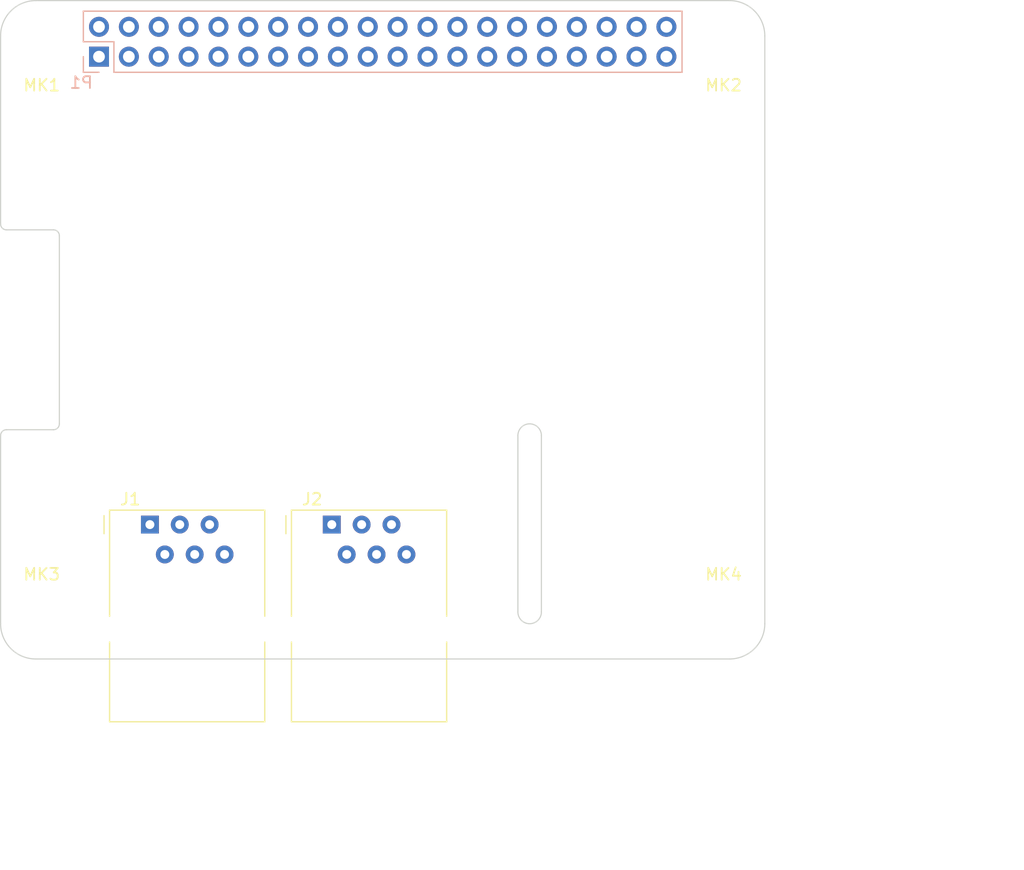
<source format=kicad_pcb>
(kicad_pcb (version 20171130) (host pcbnew "(5.1.4)-1")

  (general
    (thickness 1.6)
    (drawings 39)
    (tracks 0)
    (zones 0)
    (modules 7)
    (nets 44)
  )

  (page A3)
  (title_block
    (date "15 nov 2012")
  )

  (layers
    (0 F.Cu signal)
    (31 B.Cu signal)
    (32 B.Adhes user)
    (33 F.Adhes user)
    (34 B.Paste user)
    (35 F.Paste user)
    (36 B.SilkS user)
    (37 F.SilkS user)
    (38 B.Mask user)
    (39 F.Mask user)
    (40 Dwgs.User user)
    (41 Cmts.User user)
    (42 Eco1.User user)
    (43 Eco2.User user)
    (44 Edge.Cuts user)
  )

  (setup
    (last_trace_width 0.2)
    (trace_clearance 0.2)
    (zone_clearance 0.508)
    (zone_45_only no)
    (trace_min 0.1524)
    (via_size 0.9)
    (via_drill 0.6)
    (via_min_size 0.8)
    (via_min_drill 0.5)
    (uvia_size 0.5)
    (uvia_drill 0.1)
    (uvias_allowed no)
    (uvia_min_size 0.5)
    (uvia_min_drill 0.1)
    (edge_width 0.1)
    (segment_width 0.1)
    (pcb_text_width 0.3)
    (pcb_text_size 1 1)
    (mod_edge_width 0.15)
    (mod_text_size 1 1)
    (mod_text_width 0.15)
    (pad_size 2.5 2.5)
    (pad_drill 2.5)
    (pad_to_mask_clearance 0)
    (aux_axis_origin 200 150)
    (grid_origin 200 150)
    (visible_elements 7FFFFFFF)
    (pcbplotparams
      (layerselection 0x00030_80000001)
      (usegerberextensions true)
      (usegerberattributes false)
      (usegerberadvancedattributes false)
      (creategerberjobfile false)
      (excludeedgelayer true)
      (linewidth 0.150000)
      (plotframeref false)
      (viasonmask false)
      (mode 1)
      (useauxorigin false)
      (hpglpennumber 1)
      (hpglpenspeed 20)
      (hpglpendiameter 15.000000)
      (psnegative false)
      (psa4output false)
      (plotreference true)
      (plotvalue true)
      (plotinvisibletext false)
      (padsonsilk false)
      (subtractmaskfromsilk false)
      (outputformat 1)
      (mirror false)
      (drillshape 1)
      (scaleselection 1)
      (outputdirectory ""))
  )

  (net 0 "")
  (net 1 +3V3)
  (net 2 +5V)
  (net 3 GND)
  (net 4 /ID_SD)
  (net 5 /ID_SC)
  (net 6 /GPIO5)
  (net 7 /GPIO6)
  (net 8 /GPIO26)
  (net 9 "/GPIO2(SDA1)")
  (net 10 "/GPIO3(SCL1)")
  (net 11 "/GPIO4(GCLK)")
  (net 12 "/GPIO14(TXD0)")
  (net 13 "/GPIO15(RXD0)")
  (net 14 "/GPIO17(GEN0)")
  (net 15 "/GPIO27(GEN2)")
  (net 16 "/GPIO22(GEN3)")
  (net 17 "/GPIO23(GEN4)")
  (net 18 "/GPIO24(GEN5)")
  (net 19 "/GPIO25(GEN6)")
  (net 20 "/GPIO18(GEN1)(PWM0)")
  (net 21 "/GPIO10(SPI0_MOSI)")
  (net 22 "/GPIO9(SPI0_MISO)")
  (net 23 "/GPIO11(SPI0_SCK)")
  (net 24 "/GPIO8(SPI0_CE_N)")
  (net 25 "/GPIO7(SPI1_CE_N)")
  (net 26 "/GPIO12(PWM0)")
  (net 27 "/GPIO13(PWM1)")
  (net 28 "/GPIO19(SPI1_MISO)")
  (net 29 /GPIO16)
  (net 30 "/GPIO20(SPI1_MOSI)")
  (net 31 "/GPIO21(SPI1_SCK)")
  (net 32 "Net-(J1-Pad1)")
  (net 33 "Net-(J1-Pad2)")
  (net 34 "Net-(J1-Pad3)")
  (net 35 "Net-(J1-Pad4)")
  (net 36 "Net-(J1-Pad5)")
  (net 37 "Net-(J1-Pad6)")
  (net 38 "Net-(J2-Pad1)")
  (net 39 "Net-(J2-Pad2)")
  (net 40 "Net-(J2-Pad3)")
  (net 41 "Net-(J2-Pad4)")
  (net 42 "Net-(J2-Pad5)")
  (net 43 "Net-(J2-Pad6)")

  (net_class Default "This is the default net class."
    (clearance 0.2)
    (trace_width 0.2)
    (via_dia 0.9)
    (via_drill 0.6)
    (uvia_dia 0.5)
    (uvia_drill 0.1)
    (add_net +3V3)
    (add_net +5V)
    (add_net "/GPIO10(SPI0_MOSI)")
    (add_net "/GPIO11(SPI0_SCK)")
    (add_net "/GPIO12(PWM0)")
    (add_net "/GPIO13(PWM1)")
    (add_net "/GPIO14(TXD0)")
    (add_net "/GPIO15(RXD0)")
    (add_net /GPIO16)
    (add_net "/GPIO17(GEN0)")
    (add_net "/GPIO18(GEN1)(PWM0)")
    (add_net "/GPIO19(SPI1_MISO)")
    (add_net "/GPIO2(SDA1)")
    (add_net "/GPIO20(SPI1_MOSI)")
    (add_net "/GPIO21(SPI1_SCK)")
    (add_net "/GPIO22(GEN3)")
    (add_net "/GPIO23(GEN4)")
    (add_net "/GPIO24(GEN5)")
    (add_net "/GPIO25(GEN6)")
    (add_net /GPIO26)
    (add_net "/GPIO27(GEN2)")
    (add_net "/GPIO3(SCL1)")
    (add_net "/GPIO4(GCLK)")
    (add_net /GPIO5)
    (add_net /GPIO6)
    (add_net "/GPIO7(SPI1_CE_N)")
    (add_net "/GPIO8(SPI0_CE_N)")
    (add_net "/GPIO9(SPI0_MISO)")
    (add_net /ID_SC)
    (add_net /ID_SD)
    (add_net GND)
    (add_net "Net-(J1-Pad1)")
    (add_net "Net-(J1-Pad2)")
    (add_net "Net-(J1-Pad3)")
    (add_net "Net-(J1-Pad4)")
    (add_net "Net-(J1-Pad5)")
    (add_net "Net-(J1-Pad6)")
    (add_net "Net-(J2-Pad1)")
    (add_net "Net-(J2-Pad2)")
    (add_net "Net-(J2-Pad3)")
    (add_net "Net-(J2-Pad4)")
    (add_net "Net-(J2-Pad5)")
    (add_net "Net-(J2-Pad6)")
  )

  (net_class Power ""
    (clearance 0.2)
    (trace_width 0.5)
    (via_dia 1)
    (via_drill 0.7)
    (uvia_dia 0.5)
    (uvia_drill 0.1)
  )

  (module Connector_RJ:RJ12_Amphenol_54601 (layer F.Cu) (tedit 5AE2E32D) (tstamp 5E22150F)
    (at 228.17 138.57)
    (descr "RJ12 connector  https://cdn.amphenol-icc.com/media/wysiwyg/files/drawing/c-bmj-0082.pdf")
    (tags "RJ12 connector")
    (path /5E259677)
    (fp_text reference J2 (at -1.67 -2.16) (layer F.SilkS)
      (effects (font (size 1 1) (thickness 0.15)))
    )
    (fp_text value RJ12 (at 3.54 18.3) (layer F.Fab)
      (effects (font (size 1 1) (thickness 0.15)))
    )
    (fp_text user %R (at 3.16 7.76) (layer F.Fab)
      (effects (font (size 1 1) (thickness 0.15)))
    )
    (fp_line (start -3.43 16.77) (end -3.43 0.52) (layer F.Fab) (width 0.1))
    (fp_line (start -3.43 -1.23) (end 9.77 -1.23) (layer F.Fab) (width 0.1))
    (fp_line (start 9.77 -1.23) (end 9.77 16.77) (layer F.Fab) (width 0.1))
    (fp_line (start 9.77 16.77) (end -3.43 16.77) (layer F.Fab) (width 0.1))
    (fp_line (start -4.04 -1.73) (end 10.38 -1.73) (layer F.CrtYd) (width 0.05))
    (fp_line (start 10.38 -1.73) (end 10.38 17.27) (layer F.CrtYd) (width 0.05))
    (fp_line (start 10.38 17.27) (end -4.04 17.27) (layer F.CrtYd) (width 0.05))
    (fp_line (start -4.04 17.27) (end -4.04 -1.73) (layer F.CrtYd) (width 0.05))
    (fp_line (start -3.43 -1.23) (end 9.77 -1.23) (layer F.SilkS) (width 0.12))
    (fp_line (start 9.77 -1.23) (end 9.77 7.79) (layer F.SilkS) (width 0.12))
    (fp_line (start 9.77 16.65) (end 9.77 16.77) (layer F.SilkS) (width 0.1))
    (fp_line (start 9.77 16.77) (end 9.77 9.99) (layer F.SilkS) (width 0.12))
    (fp_line (start 9.77 16.76) (end 9.77 16.77) (layer F.SilkS) (width 0.1))
    (fp_line (start 9.77 16.77) (end -3.43 16.77) (layer F.SilkS) (width 0.12))
    (fp_line (start -3.43 16.77) (end -3.43 9.99) (layer F.SilkS) (width 0.12))
    (fp_line (start -3.43 7.72) (end -3.43 7.79) (layer F.SilkS) (width 0.1))
    (fp_line (start -3.43 7.79) (end -3.43 -1.23) (layer F.SilkS) (width 0.12))
    (fp_line (start -3.9 0.77) (end -3.9 -0.76) (layer F.SilkS) (width 0.12))
    (fp_line (start -3.43 0.52) (end -2.93 0.02) (layer F.Fab) (width 0.1))
    (fp_line (start -2.93 0.02) (end -3.43 -0.48) (layer F.Fab) (width 0.1))
    (fp_line (start -3.43 -0.48) (end -3.43 -1.23) (layer F.Fab) (width 0.1))
    (pad 1 thru_hole rect (at 0 0) (size 1.52 1.52) (drill 0.76) (layers *.Cu *.Mask)
      (net 38 "Net-(J2-Pad1)"))
    (pad "" np_thru_hole circle (at -1.91 8.89) (size 3.25 3.25) (drill 3.25) (layers *.Cu *.Mask))
    (pad 2 thru_hole circle (at 1.27 2.54) (size 1.52 1.52) (drill 0.76) (layers *.Cu *.Mask)
      (net 39 "Net-(J2-Pad2)"))
    (pad 3 thru_hole circle (at 2.54 0) (size 1.52 1.52) (drill 0.76) (layers *.Cu *.Mask)
      (net 40 "Net-(J2-Pad3)"))
    (pad 4 thru_hole circle (at 3.81 2.54) (size 1.52 1.52) (drill 0.76) (layers *.Cu *.Mask)
      (net 41 "Net-(J2-Pad4)"))
    (pad 5 thru_hole circle (at 5.08 0) (size 1.52 1.52) (drill 0.76) (layers *.Cu *.Mask)
      (net 42 "Net-(J2-Pad5)"))
    (pad 6 thru_hole circle (at 6.35 2.54) (size 1.52 1.52) (drill 0.76) (layers *.Cu *.Mask)
      (net 43 "Net-(J2-Pad6)"))
    (pad "" np_thru_hole circle (at 8.25 8.89) (size 3.25 3.25) (drill 3.25) (layers *.Cu *.Mask))
    (model ${KISYS3DMOD}/Connector_RJ.3dshapes/RJ12_Amphenol_54601.wrl
      (at (xyz 0 0 0))
      (scale (xyz 1 1 1))
      (rotate (xyz 0 0 0))
    )
  )

  (module Connector_RJ:RJ12_Amphenol_54601 (layer F.Cu) (tedit 5AE2E32D) (tstamp 5E2214ED)
    (at 212.7 138.57)
    (descr "RJ12 connector  https://cdn.amphenol-icc.com/media/wysiwyg/files/drawing/c-bmj-0082.pdf")
    (tags "RJ12 connector")
    (path /5E258BE6)
    (fp_text reference J1 (at -1.67 -2.16) (layer F.SilkS)
      (effects (font (size 1 1) (thickness 0.15)))
    )
    (fp_text value RJ12 (at 3.54 18.3) (layer F.Fab)
      (effects (font (size 1 1) (thickness 0.15)))
    )
    (fp_text user %R (at 3.16 7.76) (layer F.Fab)
      (effects (font (size 1 1) (thickness 0.15)))
    )
    (fp_line (start -3.43 16.77) (end -3.43 0.52) (layer F.Fab) (width 0.1))
    (fp_line (start -3.43 -1.23) (end 9.77 -1.23) (layer F.Fab) (width 0.1))
    (fp_line (start 9.77 -1.23) (end 9.77 16.77) (layer F.Fab) (width 0.1))
    (fp_line (start 9.77 16.77) (end -3.43 16.77) (layer F.Fab) (width 0.1))
    (fp_line (start -4.04 -1.73) (end 10.38 -1.73) (layer F.CrtYd) (width 0.05))
    (fp_line (start 10.38 -1.73) (end 10.38 17.27) (layer F.CrtYd) (width 0.05))
    (fp_line (start 10.38 17.27) (end -4.04 17.27) (layer F.CrtYd) (width 0.05))
    (fp_line (start -4.04 17.27) (end -4.04 -1.73) (layer F.CrtYd) (width 0.05))
    (fp_line (start -3.43 -1.23) (end 9.77 -1.23) (layer F.SilkS) (width 0.12))
    (fp_line (start 9.77 -1.23) (end 9.77 7.79) (layer F.SilkS) (width 0.12))
    (fp_line (start 9.77 16.65) (end 9.77 16.77) (layer F.SilkS) (width 0.1))
    (fp_line (start 9.77 16.77) (end 9.77 9.99) (layer F.SilkS) (width 0.12))
    (fp_line (start 9.77 16.76) (end 9.77 16.77) (layer F.SilkS) (width 0.1))
    (fp_line (start 9.77 16.77) (end -3.43 16.77) (layer F.SilkS) (width 0.12))
    (fp_line (start -3.43 16.77) (end -3.43 9.99) (layer F.SilkS) (width 0.12))
    (fp_line (start -3.43 7.72) (end -3.43 7.79) (layer F.SilkS) (width 0.1))
    (fp_line (start -3.43 7.79) (end -3.43 -1.23) (layer F.SilkS) (width 0.12))
    (fp_line (start -3.9 0.77) (end -3.9 -0.76) (layer F.SilkS) (width 0.12))
    (fp_line (start -3.43 0.52) (end -2.93 0.02) (layer F.Fab) (width 0.1))
    (fp_line (start -2.93 0.02) (end -3.43 -0.48) (layer F.Fab) (width 0.1))
    (fp_line (start -3.43 -0.48) (end -3.43 -1.23) (layer F.Fab) (width 0.1))
    (pad 1 thru_hole rect (at 0 0) (size 1.52 1.52) (drill 0.76) (layers *.Cu *.Mask)
      (net 32 "Net-(J1-Pad1)"))
    (pad "" np_thru_hole circle (at -1.91 8.89) (size 3.25 3.25) (drill 3.25) (layers *.Cu *.Mask))
    (pad 2 thru_hole circle (at 1.27 2.54) (size 1.52 1.52) (drill 0.76) (layers *.Cu *.Mask)
      (net 33 "Net-(J1-Pad2)"))
    (pad 3 thru_hole circle (at 2.54 0) (size 1.52 1.52) (drill 0.76) (layers *.Cu *.Mask)
      (net 34 "Net-(J1-Pad3)"))
    (pad 4 thru_hole circle (at 3.81 2.54) (size 1.52 1.52) (drill 0.76) (layers *.Cu *.Mask)
      (net 35 "Net-(J1-Pad4)"))
    (pad 5 thru_hole circle (at 5.08 0) (size 1.52 1.52) (drill 0.76) (layers *.Cu *.Mask)
      (net 36 "Net-(J1-Pad5)"))
    (pad 6 thru_hole circle (at 6.35 2.54) (size 1.52 1.52) (drill 0.76) (layers *.Cu *.Mask)
      (net 37 "Net-(J1-Pad6)"))
    (pad "" np_thru_hole circle (at 8.25 8.89) (size 3.25 3.25) (drill 3.25) (layers *.Cu *.Mask))
    (model ${KISYS3DMOD}/Connector_RJ.3dshapes/RJ12_Amphenol_54601.wrl
      (at (xyz 0 0 0))
      (scale (xyz 1 1 1))
      (rotate (xyz 0 0 0))
    )
  )

  (module Connector_PinSocket_2.54mm:PinSocket_2x20_P2.54mm_Vertical (layer B.Cu) (tedit 5A19A433) (tstamp 5A793E9F)
    (at 208.37 98.77 270)
    (descr "Through hole straight socket strip, 2x20, 2.54mm pitch, double cols (from Kicad 4.0.7), script generated")
    (tags "Through hole socket strip THT 2x20 2.54mm double row")
    (path /59AD464A)
    (fp_text reference P1 (at 2.208 1.512) (layer B.SilkS)
      (effects (font (size 1 1) (thickness 0.15)) (justify mirror))
    )
    (fp_text value Conn_02x20_Odd_Even (at -1.27 -51.03 270) (layer B.Fab)
      (effects (font (size 1 1) (thickness 0.15)) (justify mirror))
    )
    (fp_line (start -3.81 1.27) (end 0.27 1.27) (layer B.Fab) (width 0.1))
    (fp_line (start 0.27 1.27) (end 1.27 0.27) (layer B.Fab) (width 0.1))
    (fp_line (start 1.27 0.27) (end 1.27 -49.53) (layer B.Fab) (width 0.1))
    (fp_line (start 1.27 -49.53) (end -3.81 -49.53) (layer B.Fab) (width 0.1))
    (fp_line (start -3.81 -49.53) (end -3.81 1.27) (layer B.Fab) (width 0.1))
    (fp_line (start -3.87 1.33) (end -1.27 1.33) (layer B.SilkS) (width 0.12))
    (fp_line (start -3.87 1.33) (end -3.87 -49.59) (layer B.SilkS) (width 0.12))
    (fp_line (start -3.87 -49.59) (end 1.33 -49.59) (layer B.SilkS) (width 0.12))
    (fp_line (start 1.33 -1.27) (end 1.33 -49.59) (layer B.SilkS) (width 0.12))
    (fp_line (start -1.27 -1.27) (end 1.33 -1.27) (layer B.SilkS) (width 0.12))
    (fp_line (start -1.27 1.33) (end -1.27 -1.27) (layer B.SilkS) (width 0.12))
    (fp_line (start 1.33 1.33) (end 1.33 0) (layer B.SilkS) (width 0.12))
    (fp_line (start 0 1.33) (end 1.33 1.33) (layer B.SilkS) (width 0.12))
    (fp_line (start -4.34 1.8) (end 1.76 1.8) (layer B.CrtYd) (width 0.05))
    (fp_line (start 1.76 1.8) (end 1.76 -50) (layer B.CrtYd) (width 0.05))
    (fp_line (start 1.76 -50) (end -4.34 -50) (layer B.CrtYd) (width 0.05))
    (fp_line (start -4.34 -50) (end -4.34 1.8) (layer B.CrtYd) (width 0.05))
    (fp_text user %R (at -1.27 -24.13 180) (layer B.Fab)
      (effects (font (size 1 1) (thickness 0.15)) (justify mirror))
    )
    (pad 1 thru_hole rect (at 0 0 270) (size 1.7 1.7) (drill 1) (layers *.Cu *.Mask)
      (net 1 +3V3))
    (pad 2 thru_hole oval (at -2.54 0 270) (size 1.7 1.7) (drill 1) (layers *.Cu *.Mask)
      (net 2 +5V))
    (pad 3 thru_hole oval (at 0 -2.54 270) (size 1.7 1.7) (drill 1) (layers *.Cu *.Mask)
      (net 9 "/GPIO2(SDA1)"))
    (pad 4 thru_hole oval (at -2.54 -2.54 270) (size 1.7 1.7) (drill 1) (layers *.Cu *.Mask)
      (net 2 +5V))
    (pad 5 thru_hole oval (at 0 -5.08 270) (size 1.7 1.7) (drill 1) (layers *.Cu *.Mask)
      (net 10 "/GPIO3(SCL1)"))
    (pad 6 thru_hole oval (at -2.54 -5.08 270) (size 1.7 1.7) (drill 1) (layers *.Cu *.Mask)
      (net 3 GND))
    (pad 7 thru_hole oval (at 0 -7.62 270) (size 1.7 1.7) (drill 1) (layers *.Cu *.Mask)
      (net 11 "/GPIO4(GCLK)"))
    (pad 8 thru_hole oval (at -2.54 -7.62 270) (size 1.7 1.7) (drill 1) (layers *.Cu *.Mask)
      (net 12 "/GPIO14(TXD0)"))
    (pad 9 thru_hole oval (at 0 -10.16 270) (size 1.7 1.7) (drill 1) (layers *.Cu *.Mask)
      (net 3 GND))
    (pad 10 thru_hole oval (at -2.54 -10.16 270) (size 1.7 1.7) (drill 1) (layers *.Cu *.Mask)
      (net 13 "/GPIO15(RXD0)"))
    (pad 11 thru_hole oval (at 0 -12.7 270) (size 1.7 1.7) (drill 1) (layers *.Cu *.Mask)
      (net 14 "/GPIO17(GEN0)"))
    (pad 12 thru_hole oval (at -2.54 -12.7 270) (size 1.7 1.7) (drill 1) (layers *.Cu *.Mask)
      (net 20 "/GPIO18(GEN1)(PWM0)"))
    (pad 13 thru_hole oval (at 0 -15.24 270) (size 1.7 1.7) (drill 1) (layers *.Cu *.Mask)
      (net 15 "/GPIO27(GEN2)"))
    (pad 14 thru_hole oval (at -2.54 -15.24 270) (size 1.7 1.7) (drill 1) (layers *.Cu *.Mask)
      (net 3 GND))
    (pad 15 thru_hole oval (at 0 -17.78 270) (size 1.7 1.7) (drill 1) (layers *.Cu *.Mask)
      (net 16 "/GPIO22(GEN3)"))
    (pad 16 thru_hole oval (at -2.54 -17.78 270) (size 1.7 1.7) (drill 1) (layers *.Cu *.Mask)
      (net 17 "/GPIO23(GEN4)"))
    (pad 17 thru_hole oval (at 0 -20.32 270) (size 1.7 1.7) (drill 1) (layers *.Cu *.Mask)
      (net 1 +3V3))
    (pad 18 thru_hole oval (at -2.54 -20.32 270) (size 1.7 1.7) (drill 1) (layers *.Cu *.Mask)
      (net 18 "/GPIO24(GEN5)"))
    (pad 19 thru_hole oval (at 0 -22.86 270) (size 1.7 1.7) (drill 1) (layers *.Cu *.Mask)
      (net 21 "/GPIO10(SPI0_MOSI)"))
    (pad 20 thru_hole oval (at -2.54 -22.86 270) (size 1.7 1.7) (drill 1) (layers *.Cu *.Mask)
      (net 3 GND))
    (pad 21 thru_hole oval (at 0 -25.4 270) (size 1.7 1.7) (drill 1) (layers *.Cu *.Mask)
      (net 22 "/GPIO9(SPI0_MISO)"))
    (pad 22 thru_hole oval (at -2.54 -25.4 270) (size 1.7 1.7) (drill 1) (layers *.Cu *.Mask)
      (net 19 "/GPIO25(GEN6)"))
    (pad 23 thru_hole oval (at 0 -27.94 270) (size 1.7 1.7) (drill 1) (layers *.Cu *.Mask)
      (net 23 "/GPIO11(SPI0_SCK)"))
    (pad 24 thru_hole oval (at -2.54 -27.94 270) (size 1.7 1.7) (drill 1) (layers *.Cu *.Mask)
      (net 24 "/GPIO8(SPI0_CE_N)"))
    (pad 25 thru_hole oval (at 0 -30.48 270) (size 1.7 1.7) (drill 1) (layers *.Cu *.Mask)
      (net 3 GND))
    (pad 26 thru_hole oval (at -2.54 -30.48 270) (size 1.7 1.7) (drill 1) (layers *.Cu *.Mask)
      (net 25 "/GPIO7(SPI1_CE_N)"))
    (pad 27 thru_hole oval (at 0 -33.02 270) (size 1.7 1.7) (drill 1) (layers *.Cu *.Mask)
      (net 4 /ID_SD))
    (pad 28 thru_hole oval (at -2.54 -33.02 270) (size 1.7 1.7) (drill 1) (layers *.Cu *.Mask)
      (net 5 /ID_SC))
    (pad 29 thru_hole oval (at 0 -35.56 270) (size 1.7 1.7) (drill 1) (layers *.Cu *.Mask)
      (net 6 /GPIO5))
    (pad 30 thru_hole oval (at -2.54 -35.56 270) (size 1.7 1.7) (drill 1) (layers *.Cu *.Mask)
      (net 3 GND))
    (pad 31 thru_hole oval (at 0 -38.1 270) (size 1.7 1.7) (drill 1) (layers *.Cu *.Mask)
      (net 7 /GPIO6))
    (pad 32 thru_hole oval (at -2.54 -38.1 270) (size 1.7 1.7) (drill 1) (layers *.Cu *.Mask)
      (net 26 "/GPIO12(PWM0)"))
    (pad 33 thru_hole oval (at 0 -40.64 270) (size 1.7 1.7) (drill 1) (layers *.Cu *.Mask)
      (net 27 "/GPIO13(PWM1)"))
    (pad 34 thru_hole oval (at -2.54 -40.64 270) (size 1.7 1.7) (drill 1) (layers *.Cu *.Mask)
      (net 3 GND))
    (pad 35 thru_hole oval (at 0 -43.18 270) (size 1.7 1.7) (drill 1) (layers *.Cu *.Mask)
      (net 28 "/GPIO19(SPI1_MISO)"))
    (pad 36 thru_hole oval (at -2.54 -43.18 270) (size 1.7 1.7) (drill 1) (layers *.Cu *.Mask)
      (net 29 /GPIO16))
    (pad 37 thru_hole oval (at 0 -45.72 270) (size 1.7 1.7) (drill 1) (layers *.Cu *.Mask)
      (net 8 /GPIO26))
    (pad 38 thru_hole oval (at -2.54 -45.72 270) (size 1.7 1.7) (drill 1) (layers *.Cu *.Mask)
      (net 30 "/GPIO20(SPI1_MOSI)"))
    (pad 39 thru_hole oval (at 0 -48.26 270) (size 1.7 1.7) (drill 1) (layers *.Cu *.Mask)
      (net 3 GND))
    (pad 40 thru_hole oval (at -2.54 -48.26 270) (size 1.7 1.7) (drill 1) (layers *.Cu *.Mask)
      (net 31 "/GPIO21(SPI1_SCK)"))
    (model ${KISYS3DMOD}/Connector_PinSocket_2.54mm.3dshapes/PinSocket_2x20_P2.54mm_Vertical.wrl
      (at (xyz 0 0 0))
      (scale (xyz 1 1 1))
      (rotate (xyz 0 0 0))
    )
  )

  (module MountingHole:MountingHole_2.7mm_M2.5 (layer F.Cu) (tedit 56D1B4CB) (tstamp 5A793E98)
    (at 261.5 146.5)
    (descr "Mounting Hole 2.7mm, no annular, M2.5")
    (tags "mounting hole 2.7mm no annular m2.5")
    (path /5834FC4F)
    (attr virtual)
    (fp_text reference MK4 (at 0 -3.7) (layer F.SilkS)
      (effects (font (size 1 1) (thickness 0.15)))
    )
    (fp_text value M2.5 (at 0 3.7) (layer F.Fab)
      (effects (font (size 1 1) (thickness 0.15)))
    )
    (fp_circle (center 0 0) (end 2.95 0) (layer F.CrtYd) (width 0.05))
    (fp_circle (center 0 0) (end 2.7 0) (layer Cmts.User) (width 0.15))
    (fp_text user %R (at 0.3 0) (layer F.Fab)
      (effects (font (size 1 1) (thickness 0.15)))
    )
    (pad 1 np_thru_hole circle (at 0 0) (size 2.7 2.7) (drill 2.7) (layers *.Cu *.Mask))
  )

  (module MountingHole:MountingHole_2.7mm_M2.5 (layer F.Cu) (tedit 56D1B4CB) (tstamp 5A793E91)
    (at 203.5 146.5)
    (descr "Mounting Hole 2.7mm, no annular, M2.5")
    (tags "mounting hole 2.7mm no annular m2.5")
    (path /5834FBEF)
    (attr virtual)
    (fp_text reference MK3 (at 0 -3.7) (layer F.SilkS)
      (effects (font (size 1 1) (thickness 0.15)))
    )
    (fp_text value M2.5 (at 0 3.7) (layer F.Fab)
      (effects (font (size 1 1) (thickness 0.15)))
    )
    (fp_text user %R (at 0.3 0) (layer F.Fab)
      (effects (font (size 1 1) (thickness 0.15)))
    )
    (fp_circle (center 0 0) (end 2.7 0) (layer Cmts.User) (width 0.15))
    (fp_circle (center 0 0) (end 2.95 0) (layer F.CrtYd) (width 0.05))
    (pad 1 np_thru_hole circle (at 0 0) (size 2.7 2.7) (drill 2.7) (layers *.Cu *.Mask))
  )

  (module MountingHole:MountingHole_2.7mm_M2.5 (layer F.Cu) (tedit 56D1B4CB) (tstamp 5A793E8A)
    (at 261.5 97.5 180)
    (descr "Mounting Hole 2.7mm, no annular, M2.5")
    (tags "mounting hole 2.7mm no annular m2.5")
    (path /5834FC19)
    (attr virtual)
    (fp_text reference MK2 (at 0 -3.7 180) (layer F.SilkS)
      (effects (font (size 1 1) (thickness 0.15)))
    )
    (fp_text value M2.5 (at 0 3.7 180) (layer F.Fab)
      (effects (font (size 1 1) (thickness 0.15)))
    )
    (fp_circle (center 0 0) (end 2.95 0) (layer F.CrtYd) (width 0.05))
    (fp_circle (center 0 0) (end 2.7 0) (layer Cmts.User) (width 0.15))
    (fp_text user %R (at 0.3 0 180) (layer F.Fab)
      (effects (font (size 1 1) (thickness 0.15)))
    )
    (pad 1 np_thru_hole circle (at 0 0 180) (size 2.7 2.7) (drill 2.7) (layers *.Cu *.Mask))
  )

  (module MountingHole:MountingHole_2.7mm_M2.5 (layer F.Cu) (tedit 56D1B4CB) (tstamp 5A793E83)
    (at 203.5 97.5 180)
    (descr "Mounting Hole 2.7mm, no annular, M2.5")
    (tags "mounting hole 2.7mm no annular m2.5")
    (path /5834FB2E)
    (attr virtual)
    (fp_text reference MK1 (at 0 -3.7 180) (layer F.SilkS)
      (effects (font (size 1 1) (thickness 0.15)))
    )
    (fp_text value M2.5 (at 0 3.7 180) (layer F.Fab)
      (effects (font (size 1 1) (thickness 0.15)))
    )
    (fp_text user %R (at 0.3 0 180) (layer F.Fab)
      (effects (font (size 1 1) (thickness 0.15)))
    )
    (fp_circle (center 0 0) (end 2.7 0) (layer Cmts.User) (width 0.15))
    (fp_circle (center 0 0) (end 2.95 0) (layer F.CrtYd) (width 0.05))
    (pad 1 np_thru_hole circle (at 0 0 180) (size 2.7 2.7) (drill 2.7) (layers *.Cu *.Mask))
  )

  (gr_line (start 244 146) (end 244 131) (layer Edge.Cuts) (width 0.1))
  (gr_line (start 246 131) (end 246 146) (layer Edge.Cuts) (width 0.1))
  (gr_arc (start 245 131) (end 244 131) (angle 180) (layer Edge.Cuts) (width 0.1))
  (gr_arc (start 245 146) (end 246 146) (angle 180) (layer Edge.Cuts) (width 0.1))
  (gr_arc (start 200.5 131) (end 200 131) (angle 89.9) (layer Edge.Cuts) (width 0.1))
  (gr_arc (start 204.5 130) (end 205 130) (angle 90) (layer Edge.Cuts) (width 0.1))
  (gr_arc (start 200.5 113) (end 200.5 113.5) (angle 90) (layer Edge.Cuts) (width 0.1))
  (gr_arc (start 204.5 114) (end 204.5 113.5) (angle 90) (layer Edge.Cuts) (width 0.1))
  (gr_line (start 200 113) (end 200 131) (layer Dwgs.User) (width 0.1))
  (gr_line (start 200 97) (end 200 113) (layer Edge.Cuts) (width 0.1))
  (gr_text DISPLAY (at 202.5 122 90) (layer Dwgs.User) (tstamp 580CBBFF)
    (effects (font (size 1 1) (thickness 0.15)))
  )
  (gr_text CAMERA (at 245 139 90) (layer Dwgs.User)
    (effects (font (size 1 1) (thickness 0.15)))
  )
  (gr_text RJ45 (at 276.2 139.84) (layer Dwgs.User) (tstamp 580CBBEB)
    (effects (font (size 2 2) (thickness 0.15)))
  )
  (gr_text USB (at 277.724 121.552) (layer Dwgs.User) (tstamp 580CBBE9)
    (effects (font (size 2 2) (thickness 0.15)))
  )
  (gr_text USB (at 278.232 102.248) (layer Dwgs.User)
    (effects (font (size 2 2) (thickness 0.15)))
  )
  (gr_arc (start 262 97) (end 262 94) (angle 90) (layer Edge.Cuts) (width 0.1))
  (gr_arc (start 262 147) (end 265 147) (angle 90) (layer Edge.Cuts) (width 0.1))
  (gr_arc (start 203 147) (end 203 150) (angle 90) (layer Edge.Cuts) (width 0.1))
  (gr_arc (start 203 97) (end 200 97) (angle 90) (layer Edge.Cuts) (width 0.1))
  (gr_line (start 269.9 114.45) (end 287 114.45) (layer Dwgs.User) (width 0.1))
  (gr_line (start 262 94) (end 203 94) (layer Edge.Cuts) (width 0.1))
  (gr_line (start 269.9 127.55) (end 269.9 114.45) (layer Dwgs.User) (width 0.1))
  (gr_line (start 287 127.55) (end 269.9 127.55) (layer Dwgs.User) (width 0.1))
  (gr_line (start 287 114.45) (end 287 127.55) (layer Dwgs.User) (width 0.1))
  (gr_line (start 204.5 130.5) (end 200.5 130.5) (layer Edge.Cuts) (width 0.1))
  (gr_line (start 205 114) (end 205 130) (layer Edge.Cuts) (width 0.1))
  (gr_line (start 200.5 113.5) (end 204.5 113.5) (layer Edge.Cuts) (width 0.1))
  (gr_line (start 266 147.675) (end 266 131.825) (layer Dwgs.User) (width 0.1))
  (gr_line (start 287 147.675) (end 266 147.675) (layer Dwgs.User) (width 0.1))
  (gr_line (start 287 131.825) (end 287 147.675) (layer Dwgs.User) (width 0.1))
  (gr_line (start 266 131.825) (end 287 131.825) (layer Dwgs.User) (width 0.1))
  (gr_line (start 265 147) (end 265 97) (layer Edge.Cuts) (width 0.1))
  (gr_line (start 203 150) (end 262 150) (layer Edge.Cuts) (width 0.1))
  (gr_line (start 200 131) (end 200 147) (layer Edge.Cuts) (width 0.1))
  (gr_line (start 269.9 109.455925) (end 269.9 96.355925) (layer Dwgs.User) (width 0.1))
  (gr_line (start 287 109.455925) (end 269.9 109.455925) (layer Dwgs.User) (width 0.1))
  (gr_line (start 287 96.355925) (end 287 109.455925) (layer Dwgs.User) (width 0.1))
  (gr_line (start 269.9 96.355925) (end 287 96.355925) (layer Dwgs.User) (width 0.1))
  (gr_text "RASPBERRY-PI 40-PIN ADDON BOARD\nVIEW FROM TOP\nNOTE: P1 SHOULD BE FITTED ON THE REVERSE OF THE BOARD\n\nADD EDGE CUTS FROM CAMERA AND DISPLAY PORTS AS REQUIRED" (at 200 160.16) (layer Dwgs.User)
    (effects (font (size 2 1.7) (thickness 0.12)) (justify left))
  )

)

</source>
